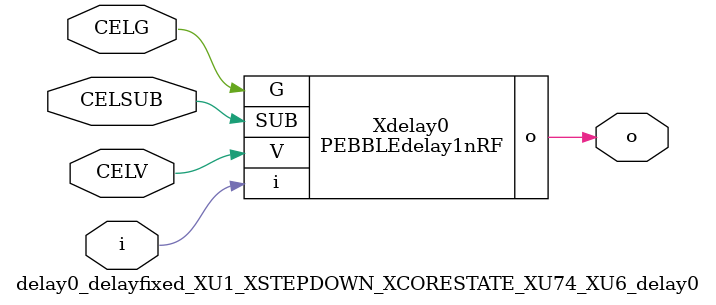
<source format=v>



module PEBBLEdelay1nRF ( o, V, G, i, SUB );

  input V;
  input i;
  input G;
  output o;
  input SUB;
endmodule

//Celera Confidential Do Not Copy delay0_delayfixed_XU1_XSTEPDOWN_XCORESTATE_XU74_XU6_delay0
//TYPE: fixed 1ns
module delay0_delayfixed_XU1_XSTEPDOWN_XCORESTATE_XU74_XU6_delay0 (i, CELV, o,
CELG,CELSUB);
input CELV;
input i;
output o;
input CELSUB;
input CELG;

//Celera Confidential Do Not Copy delayfast0
PEBBLEdelay1nRF Xdelay0(
.V (CELV),
.i (i),
.o (o),
.G (CELG),
.SUB (CELSUB)
);
//,diesize,PEBBLEdelay1nRF

//Celera Confidential Do Not Copy Module End
//Celera Schematic Generator
endmodule

</source>
